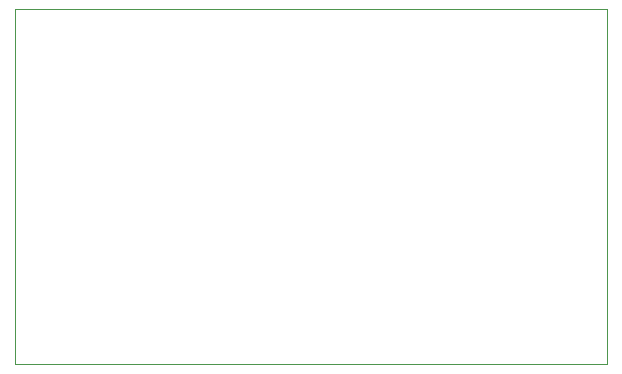
<source format=gbr>
%TF.GenerationSoftware,KiCad,Pcbnew,7.0.2*%
%TF.CreationDate,2023-11-04T13:58:57-04:00*%
%TF.ProjectId,AntSniffer,416e7453-6e69-4666-9665-722e6b696361,rev?*%
%TF.SameCoordinates,Original*%
%TF.FileFunction,Profile,NP*%
%FSLAX46Y46*%
G04 Gerber Fmt 4.6, Leading zero omitted, Abs format (unit mm)*
G04 Created by KiCad (PCBNEW 7.0.2) date 2023-11-04 13:58:57*
%MOMM*%
%LPD*%
G01*
G04 APERTURE LIST*
%TA.AperFunction,Profile*%
%ADD10C,0.100000*%
%TD*%
G04 APERTURE END LIST*
D10*
X143484600Y-42545000D02*
X193548000Y-42545000D01*
X193548000Y-72618600D01*
X143484600Y-72618600D01*
X143484600Y-42545000D01*
M02*

</source>
